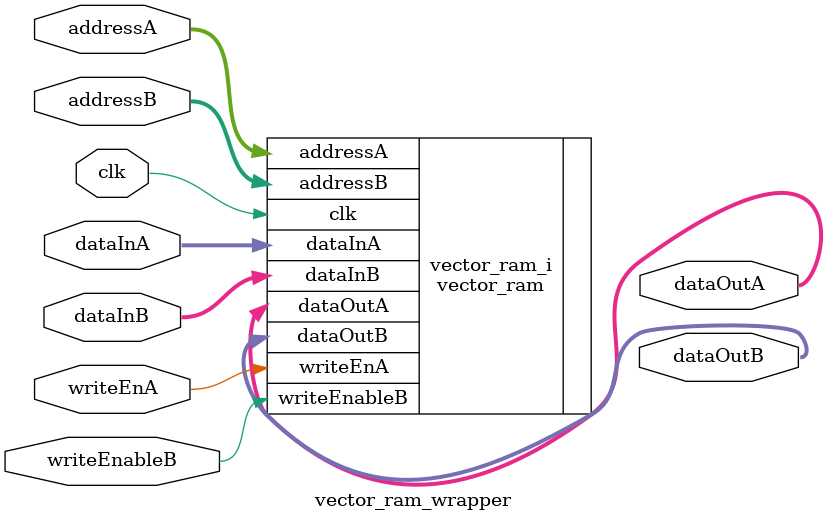
<source format=v>
`timescale 1 ps / 1 ps

module vector_ram_wrapper
   (addressA,
    addressB,
    clk,
    dataInA,
    dataInB,
    dataOutA,
    dataOutB,
    writeEnA,
    writeEnableB);
  input [12:0]addressA;
  input [12:0]addressB;
  input clk;
  input [7:0]dataInA;
  input [7:0]dataInB;
  output [7:0]dataOutA;
  output [7:0]dataOutB;
  input [0:0]writeEnA;
  input [0:0]writeEnableB;

  wire [12:0]addressA;
  wire [12:0]addressB;
  wire clk;
  wire [7:0]dataInA;
  wire [7:0]dataInB;
  wire [7:0]dataOutA;
  wire [7:0]dataOutB;
  wire [0:0]writeEnA;
  wire [0:0]writeEnableB;

  vector_ram vector_ram_i
       (.addressA(addressA),
        .addressB(addressB),
        .clk(clk),
        .dataInA(dataInA),
        .dataInB(dataInB),
        .dataOutA(dataOutA),
        .dataOutB(dataOutB),
        .writeEnA(writeEnA),
        .writeEnableB(writeEnableB));
endmodule

</source>
